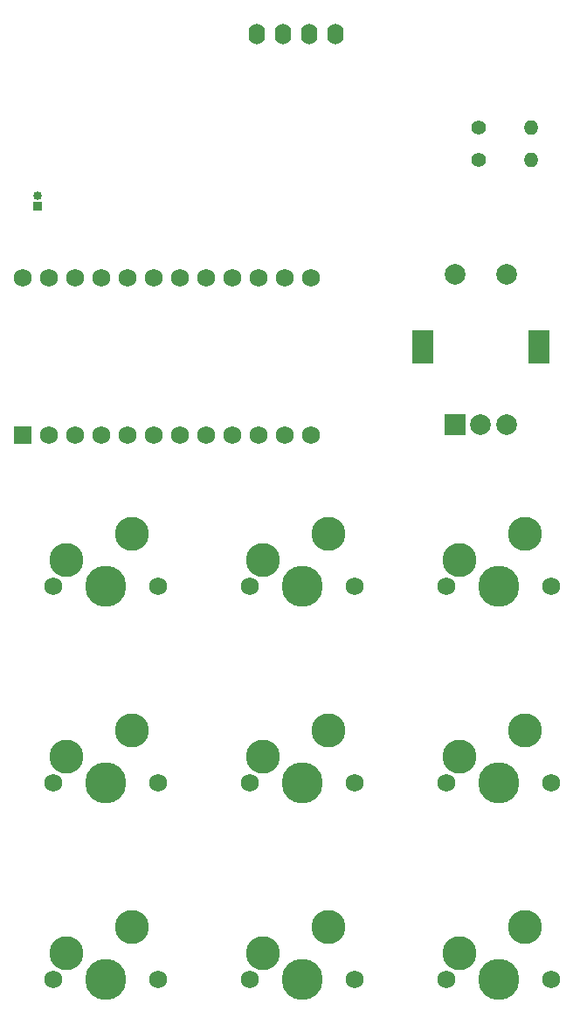
<source format=gbr>
%TF.GenerationSoftware,KiCad,Pcbnew,7.0.10*%
%TF.CreationDate,2024-04-28T13:40:24+05:00*%
%TF.ProjectId,custom_keyboard,63757374-6f6d-45f6-9b65-79626f617264,rev?*%
%TF.SameCoordinates,Original*%
%TF.FileFunction,Soldermask,Top*%
%TF.FilePolarity,Negative*%
%FSLAX46Y46*%
G04 Gerber Fmt 4.6, Leading zero omitted, Abs format (unit mm)*
G04 Created by KiCad (PCBNEW 7.0.10) date 2024-04-28 13:40:24*
%MOMM*%
%LPD*%
G01*
G04 APERTURE LIST*
%ADD10C,1.400000*%
%ADD11O,1.400000X1.400000*%
%ADD12O,1.600000X2.000000*%
%ADD13R,2.000000X2.000000*%
%ADD14C,2.000000*%
%ADD15R,2.000000X3.200000*%
%ADD16R,1.752600X1.752600*%
%ADD17C,1.752600*%
%ADD18R,0.850000X0.850000*%
%ADD19O,0.850000X0.850000*%
%ADD20C,1.750000*%
%ADD21C,3.987800*%
%ADD22C,3.300000*%
G04 APERTURE END LIST*
D10*
%TO.C,R2*%
X63182500Y-30162500D03*
D11*
X68262500Y-30162500D03*
%TD*%
D10*
%TO.C,R1*%
X63182500Y-27012500D03*
D11*
X68262500Y-27012500D03*
%TD*%
D12*
%TO.C,Brd1*%
X41623750Y-17975000D03*
X44163750Y-17975000D03*
X46703750Y-17975000D03*
X49243750Y-17975000D03*
%TD*%
D13*
%TO.C,SW1*%
X60881250Y-55775000D03*
D14*
X65881250Y-55775000D03*
X63381250Y-55775000D03*
D15*
X57781250Y-48275000D03*
X68981250Y-48275000D03*
D14*
X65881250Y-41275000D03*
X60881250Y-41275000D03*
%TD*%
D16*
%TO.C,U1*%
X18973000Y-56832500D03*
D17*
X21513000Y-56832500D03*
X24053000Y-56832500D03*
X26593000Y-56832500D03*
X29133000Y-56832500D03*
X31673000Y-56832500D03*
X34213000Y-56832500D03*
X36753000Y-56832500D03*
X39293000Y-56832500D03*
X41833000Y-56832500D03*
X44373000Y-56832500D03*
X46913000Y-56832500D03*
X46913000Y-41592500D03*
X44373000Y-41592500D03*
X41833000Y-41592500D03*
X39293000Y-41592500D03*
X36753000Y-41592500D03*
X34213000Y-41592500D03*
X31673000Y-41592500D03*
X29133000Y-41592500D03*
X26593000Y-41592500D03*
X24053000Y-41592500D03*
X21513000Y-41592500D03*
X18973000Y-41592500D03*
%TD*%
D18*
%TO.C,J1*%
X20425000Y-34631250D03*
D19*
X20425000Y-33631250D03*
%TD*%
D20*
%TO.C,MX1*%
X32067500Y-71437500D03*
D21*
X26987500Y-71437500D03*
D20*
X21907500Y-71437500D03*
D22*
X23177500Y-68897500D03*
X29527500Y-66357500D03*
%TD*%
D20*
%TO.C,MX2*%
X51117500Y-71437500D03*
D21*
X46037500Y-71437500D03*
D20*
X40957500Y-71437500D03*
D22*
X42227500Y-68897500D03*
X48577500Y-66357500D03*
%TD*%
D20*
%TO.C,MX5*%
X51117500Y-90487500D03*
D21*
X46037500Y-90487500D03*
D20*
X40957500Y-90487500D03*
D22*
X42227500Y-87947500D03*
X48577500Y-85407500D03*
%TD*%
D20*
%TO.C,MX4*%
X32067500Y-90487500D03*
D21*
X26987500Y-90487500D03*
D20*
X21907500Y-90487500D03*
D22*
X23177500Y-87947500D03*
X29527500Y-85407500D03*
%TD*%
D20*
%TO.C,MX7*%
X32067500Y-109537500D03*
D21*
X26987500Y-109537500D03*
D20*
X21907500Y-109537500D03*
D22*
X23177500Y-106997500D03*
X29527500Y-104457500D03*
%TD*%
D20*
%TO.C,MX9*%
X70167500Y-109537500D03*
D21*
X65087500Y-109537500D03*
D20*
X60007500Y-109537500D03*
D22*
X61277500Y-106997500D03*
X67627500Y-104457500D03*
%TD*%
D20*
%TO.C,MX6*%
X70167500Y-90487500D03*
D21*
X65087500Y-90487500D03*
D20*
X60007500Y-90487500D03*
D22*
X61277500Y-87947500D03*
X67627500Y-85407500D03*
%TD*%
D20*
%TO.C,MX8*%
X51117500Y-109537500D03*
D21*
X46037500Y-109537500D03*
D20*
X40957500Y-109537500D03*
D22*
X42227500Y-106997500D03*
X48577500Y-104457500D03*
%TD*%
D20*
%TO.C,MX3*%
X70167500Y-71437500D03*
D21*
X65087500Y-71437500D03*
D20*
X60007500Y-71437500D03*
D22*
X61277500Y-68897500D03*
X67627500Y-66357500D03*
%TD*%
M02*

</source>
